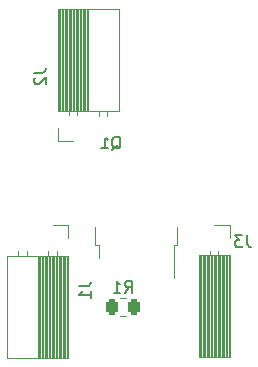
<source format=gbo>
G04 #@! TF.GenerationSoftware,KiCad,Pcbnew,(6.0.9)*
G04 #@! TF.CreationDate,2022-12-23T10:47:14+01:00*
G04 #@! TF.ProjectId,buck,6275636b-2e6b-4696-9361-645f70636258,rev?*
G04 #@! TF.SameCoordinates,Original*
G04 #@! TF.FileFunction,Legend,Bot*
G04 #@! TF.FilePolarity,Positive*
%FSLAX46Y46*%
G04 Gerber Fmt 4.6, Leading zero omitted, Abs format (unit mm)*
G04 Created by KiCad (PCBNEW (6.0.9)) date 2022-12-23 10:47:14*
%MOMM*%
%LPD*%
G01*
G04 APERTURE LIST*
G04 Aperture macros list*
%AMRoundRect*
0 Rectangle with rounded corners*
0 $1 Rounding radius*
0 $2 $3 $4 $5 $6 $7 $8 $9 X,Y pos of 4 corners*
0 Add a 4 corners polygon primitive as box body*
4,1,4,$2,$3,$4,$5,$6,$7,$8,$9,$2,$3,0*
0 Add four circle primitives for the rounded corners*
1,1,$1+$1,$2,$3*
1,1,$1+$1,$4,$5*
1,1,$1+$1,$6,$7*
1,1,$1+$1,$8,$9*
0 Add four rect primitives between the rounded corners*
20,1,$1+$1,$2,$3,$4,$5,0*
20,1,$1+$1,$4,$5,$6,$7,0*
20,1,$1+$1,$6,$7,$8,$9,0*
20,1,$1+$1,$8,$9,$2,$3,0*%
G04 Aperture macros list end*
%ADD10C,0.150000*%
%ADD11C,0.120000*%
%ADD12C,5.400000*%
%ADD13R,1.800000X1.275000*%
%ADD14O,1.800000X1.275000*%
%ADD15R,1.200000X2.200000*%
%ADD16R,5.800000X6.400000*%
%ADD17R,1.700000X1.700000*%
%ADD18O,1.700000X1.700000*%
%ADD19RoundRect,0.250000X0.262500X0.450000X-0.262500X0.450000X-0.262500X-0.450000X0.262500X-0.450000X0*%
G04 APERTURE END LIST*
D10*
X135478238Y-93741619D02*
X135573476Y-93694000D01*
X135668714Y-93598761D01*
X135811571Y-93455904D01*
X135906809Y-93408285D01*
X136002047Y-93408285D01*
X135954428Y-93646380D02*
X136049666Y-93598761D01*
X136144904Y-93503523D01*
X136192523Y-93313047D01*
X136192523Y-92979714D01*
X136144904Y-92789238D01*
X136049666Y-92694000D01*
X135954428Y-92646380D01*
X135763952Y-92646380D01*
X135668714Y-92694000D01*
X135573476Y-92789238D01*
X135525857Y-92979714D01*
X135525857Y-93313047D01*
X135573476Y-93503523D01*
X135668714Y-93598761D01*
X135763952Y-93646380D01*
X135954428Y-93646380D01*
X134573476Y-93646380D02*
X135144904Y-93646380D01*
X134859190Y-93646380D02*
X134859190Y-92646380D01*
X134954428Y-92789238D01*
X135049666Y-92884476D01*
X135144904Y-92932095D01*
X132681380Y-105310666D02*
X133395666Y-105310666D01*
X133538523Y-105263047D01*
X133633761Y-105167809D01*
X133681380Y-105024952D01*
X133681380Y-104929714D01*
X133681380Y-106310666D02*
X133681380Y-105739238D01*
X133681380Y-106024952D02*
X132681380Y-106024952D01*
X132824238Y-105929714D01*
X132919476Y-105834476D01*
X132967095Y-105739238D01*
X146916333Y-101007380D02*
X146916333Y-101721666D01*
X146963952Y-101864523D01*
X147059190Y-101959761D01*
X147202047Y-102007380D01*
X147297285Y-102007380D01*
X146535380Y-101007380D02*
X145916333Y-101007380D01*
X146249666Y-101388333D01*
X146106809Y-101388333D01*
X146011571Y-101435952D01*
X145963952Y-101483571D01*
X145916333Y-101578809D01*
X145916333Y-101816904D01*
X145963952Y-101912142D01*
X146011571Y-101959761D01*
X146106809Y-102007380D01*
X146392523Y-102007380D01*
X146487761Y-101959761D01*
X146535380Y-101912142D01*
X136588166Y-105863380D02*
X136921500Y-105387190D01*
X137159595Y-105863380D02*
X137159595Y-104863380D01*
X136778642Y-104863380D01*
X136683404Y-104911000D01*
X136635785Y-104958619D01*
X136588166Y-105053857D01*
X136588166Y-105196714D01*
X136635785Y-105291952D01*
X136683404Y-105339571D01*
X136778642Y-105387190D01*
X137159595Y-105387190D01*
X135635785Y-105863380D02*
X136207214Y-105863380D01*
X135921500Y-105863380D02*
X135921500Y-104863380D01*
X136016738Y-105006238D01*
X136111976Y-105101476D01*
X136207214Y-105149095D01*
X128889380Y-87234666D02*
X129603666Y-87234666D01*
X129746523Y-87187047D01*
X129841761Y-87091809D01*
X129889380Y-86948952D01*
X129889380Y-86853714D01*
X128984619Y-87663238D02*
X128937000Y-87710857D01*
X128889380Y-87806095D01*
X128889380Y-88044190D01*
X128937000Y-88139428D01*
X128984619Y-88187047D01*
X129079857Y-88234666D01*
X129175095Y-88234666D01*
X129317952Y-88187047D01*
X129889380Y-87615619D01*
X129889380Y-88234666D01*
D11*
X134092000Y-100328000D02*
X134092000Y-101828000D01*
X134092000Y-101828000D02*
X134362000Y-101828000D01*
X140992000Y-100328000D02*
X140992000Y-101828000D01*
X140722000Y-101828000D02*
X140722000Y-104658000D01*
X134362000Y-101828000D02*
X134362000Y-102928000D01*
X140992000Y-101828000D02*
X140722000Y-101828000D01*
X128279000Y-102724000D02*
X128279000Y-102314000D01*
X130251860Y-111354000D02*
X130251860Y-102724000D01*
X131078525Y-111354000D02*
X131078525Y-102724000D01*
X129425195Y-111354000D02*
X129425195Y-102724000D01*
X129661385Y-111354000D02*
X129661385Y-102724000D01*
X126589000Y-111354000D02*
X126589000Y-102724000D01*
X129189000Y-111354000D02*
X129189000Y-102724000D01*
X130842335Y-111354000D02*
X130842335Y-102724000D01*
X131432810Y-111354000D02*
X131432810Y-102724000D01*
X130960430Y-111354000D02*
X130960430Y-102724000D01*
X130099000Y-102724000D02*
X130099000Y-102374000D01*
X131789000Y-100154000D02*
X130459000Y-100154000D01*
X127559000Y-102724000D02*
X127559000Y-102314000D01*
X131196620Y-111354000D02*
X131196620Y-102724000D01*
X129543290Y-111354000D02*
X129543290Y-102724000D01*
X130819000Y-102724000D02*
X130819000Y-102374000D01*
X131789000Y-101264000D02*
X131789000Y-100154000D01*
X131669000Y-111354000D02*
X131669000Y-102724000D01*
X131789000Y-111354000D02*
X131789000Y-102724000D01*
X130015670Y-111354000D02*
X130015670Y-102724000D01*
X130133765Y-111354000D02*
X130133765Y-102724000D01*
X131314715Y-111354000D02*
X131314715Y-102724000D01*
X131550905Y-111354000D02*
X131550905Y-102724000D01*
X130724240Y-111354000D02*
X130724240Y-102724000D01*
X130488050Y-111354000D02*
X130488050Y-102724000D01*
X129779480Y-111354000D02*
X129779480Y-102724000D01*
X130606145Y-111354000D02*
X130606145Y-102724000D01*
X131789000Y-111354000D02*
X126589000Y-111354000D01*
X131789000Y-102724000D02*
X126589000Y-102724000D01*
X129897575Y-111354000D02*
X129897575Y-102724000D01*
X129307100Y-111354000D02*
X129307100Y-102724000D01*
X130369955Y-111354000D02*
X130369955Y-102724000D01*
X144431360Y-111309000D02*
X144431360Y-102679000D01*
X145355000Y-111309000D02*
X145355000Y-102679000D01*
X143738630Y-111309000D02*
X143738630Y-102679000D01*
X144546815Y-111309000D02*
X144546815Y-102679000D01*
X142930445Y-111309000D02*
X142930445Y-102679000D01*
X143392265Y-111309000D02*
X143392265Y-102679000D01*
X143785000Y-102679000D02*
X143785000Y-102329000D01*
X142815000Y-111309000D02*
X142815000Y-102679000D01*
X145475000Y-111309000D02*
X145475000Y-102679000D01*
X144084995Y-111309000D02*
X144084995Y-102679000D01*
X144505000Y-102679000D02*
X144505000Y-102329000D01*
X144662270Y-111309000D02*
X144662270Y-102679000D01*
X144777725Y-111309000D02*
X144777725Y-102679000D01*
X143623175Y-111309000D02*
X143623175Y-102679000D01*
X143854085Y-111309000D02*
X143854085Y-102679000D01*
X144893180Y-111309000D02*
X144893180Y-102679000D01*
X145475000Y-100109000D02*
X144145000Y-100109000D01*
X143507720Y-111309000D02*
X143507720Y-102679000D01*
X145475000Y-111309000D02*
X142815000Y-111309000D01*
X143045900Y-111309000D02*
X143045900Y-102679000D01*
X144315905Y-111309000D02*
X144315905Y-102679000D01*
X145008635Y-111309000D02*
X145008635Y-102679000D01*
X145239545Y-111309000D02*
X145239545Y-102679000D01*
X143276810Y-111309000D02*
X143276810Y-102679000D01*
X143161355Y-111309000D02*
X143161355Y-102679000D01*
X143969540Y-111309000D02*
X143969540Y-102679000D01*
X145124090Y-111309000D02*
X145124090Y-102679000D01*
X145475000Y-102679000D02*
X142815000Y-102679000D01*
X145475000Y-101219000D02*
X145475000Y-100109000D01*
X144200450Y-111309000D02*
X144200450Y-102679000D01*
X136648564Y-107796000D02*
X136194436Y-107796000D01*
X136648564Y-106326000D02*
X136194436Y-106326000D01*
X130877000Y-81858000D02*
X130877000Y-90488000D01*
X133477000Y-81858000D02*
X133477000Y-90488000D01*
X133122710Y-81858000D02*
X133122710Y-90488000D01*
X131823665Y-81858000D02*
X131823665Y-90488000D01*
X134387000Y-90488000D02*
X134387000Y-90898000D01*
X133004615Y-81858000D02*
X133004615Y-90488000D01*
X133240805Y-81858000D02*
X133240805Y-90488000D01*
X131587475Y-81858000D02*
X131587475Y-90488000D01*
X131469380Y-81858000D02*
X131469380Y-90488000D01*
X130877000Y-90488000D02*
X136077000Y-90488000D01*
X132650330Y-81858000D02*
X132650330Y-90488000D01*
X135107000Y-90488000D02*
X135107000Y-90898000D01*
X132768425Y-81858000D02*
X132768425Y-90488000D01*
X131351285Y-81858000D02*
X131351285Y-90488000D01*
X132567000Y-90488000D02*
X132567000Y-90838000D01*
X130877000Y-93058000D02*
X132207000Y-93058000D01*
X132414140Y-81858000D02*
X132414140Y-90488000D01*
X130877000Y-91948000D02*
X130877000Y-93058000D01*
X131115095Y-81858000D02*
X131115095Y-90488000D01*
X132059855Y-81858000D02*
X132059855Y-90488000D01*
X132296045Y-81858000D02*
X132296045Y-90488000D01*
X131705570Y-81858000D02*
X131705570Y-90488000D01*
X130877000Y-81858000D02*
X136077000Y-81858000D01*
X131941760Y-81858000D02*
X131941760Y-90488000D01*
X132886520Y-81858000D02*
X132886520Y-90488000D01*
X130997000Y-81858000D02*
X130997000Y-90488000D01*
X131847000Y-90488000D02*
X131847000Y-90838000D01*
X133358900Y-81858000D02*
X133358900Y-90488000D01*
X132177950Y-81858000D02*
X132177950Y-90488000D01*
X132532235Y-81858000D02*
X132532235Y-90488000D01*
X136077000Y-81858000D02*
X136077000Y-90488000D01*
X131233190Y-81858000D02*
X131233190Y-90488000D01*
%LPC*%
D12*
X113538000Y-85979000D03*
X149225000Y-105029000D03*
D13*
X120245000Y-104900000D03*
D14*
X120245000Y-103200000D03*
X120245000Y-101500000D03*
X120245000Y-99800000D03*
X120245000Y-98100000D03*
D15*
X139822000Y-103558000D03*
D16*
X137542000Y-97258000D03*
D15*
X135262000Y-103558000D03*
D17*
X130459000Y-101264000D03*
D18*
X127919000Y-101264000D03*
D17*
X144145000Y-101219000D03*
D19*
X137334000Y-107061000D03*
X135509000Y-107061000D03*
D17*
X132207000Y-91948000D03*
D18*
X134747000Y-91948000D03*
M02*

</source>
